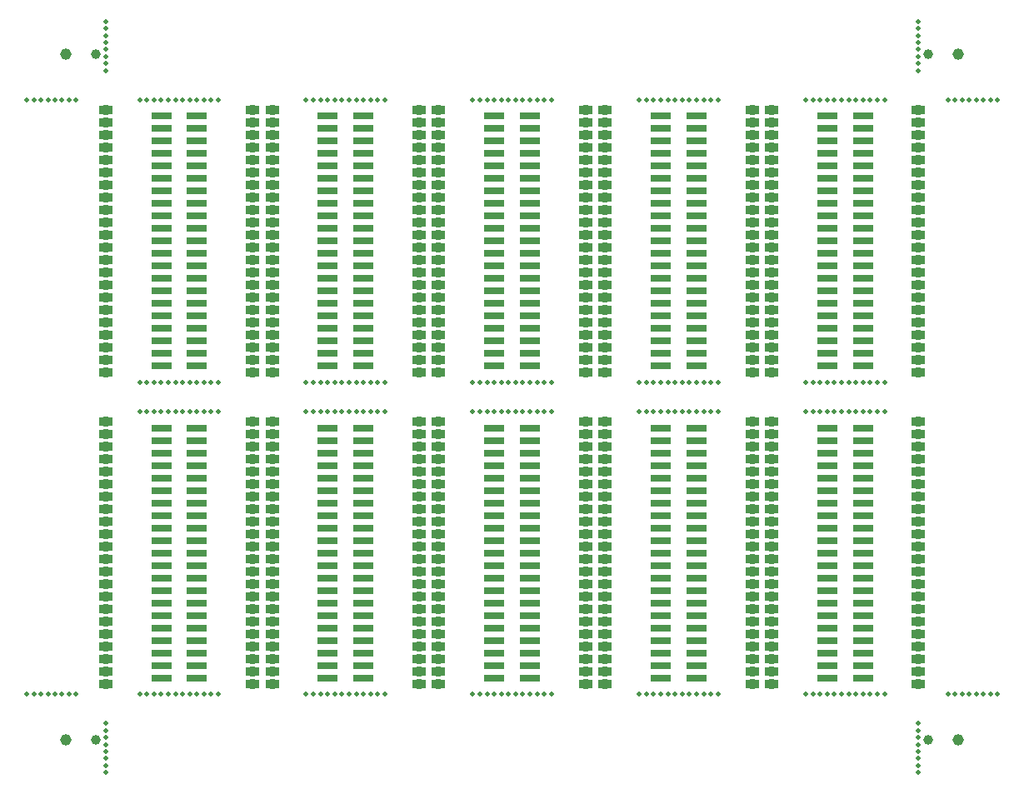
<source format=gbr>
%TF.GenerationSoftware,KiCad,Pcbnew,(6.0.7)*%
%TF.CreationDate,2022-08-09T00:19:31-07:00*%
%TF.ProjectId,panelized-M27C322-to-KM23C32000AG-adapter,70616e65-6c69-47a6-9564-2d4d32374333,rev?*%
%TF.SameCoordinates,Original*%
%TF.FileFunction,Soldermask,Top*%
%TF.FilePolarity,Negative*%
%FSLAX46Y46*%
G04 Gerber Fmt 4.6, Leading zero omitted, Abs format (unit mm)*
G04 Created by KiCad (PCBNEW (6.0.7)) date 2022-08-09 00:19:31*
%MOMM*%
%LPD*%
G01*
G04 APERTURE LIST*
G04 Aperture macros list*
%AMFreePoly0*
4,1,43,0.067453,0.524421,0.088820,0.521227,0.211929,0.484410,0.231542,0.475348,0.339368,0.405458,0.352846,0.393700,0.635000,0.393700,0.683980,0.375873,0.710042,0.330732,0.711200,0.317500,0.711200,-0.317500,0.693373,-0.366480,0.648232,-0.392542,0.635000,-0.393700,0.351531,-0.393700,0.345985,-0.399827,0.329361,-0.413629,0.219858,-0.480863,0.200030,-0.489443,0.076059,-0.523242,
0.054619,-0.525912,-0.073855,-0.523557,-0.095181,-0.520103,-0.217831,-0.481785,-0.237332,-0.472484,-0.344297,-0.401282,-0.352777,-0.393700,-0.635000,-0.393700,-0.683980,-0.375873,-0.710042,-0.330732,-0.711200,-0.317500,-0.711200,0.317500,-0.693373,0.366480,-0.648232,0.392542,-0.635000,0.393700,-0.352495,0.393700,-0.350843,0.395571,-0.334389,0.409574,-0.225716,0.478141,-0.205995,0.486962,
-0.082446,0.522273,-0.061040,0.525206,0.067453,0.524421,0.067453,0.524421,$1*%
G04 Aperture macros list end*
%ADD10C,0.500000*%
%ADD11C,1.152000*%
%ADD12C,1.000000*%
%ADD13FreePoly0,180.000000*%
%ADD14R,2.100000X0.750000*%
G04 APERTURE END LIST*
D10*
%TO.C,REF\u002A\u002A*%
X17857142Y-23000000D03*
%TD*%
%TO.C,REF\u002A\u002A*%
X62488068Y-83340000D03*
%TD*%
%TO.C,REF\u002A\u002A*%
X80865113Y-54670000D03*
%TD*%
%TO.C,REF\u002A\u002A*%
X34461250Y-23000000D03*
%TD*%
%TO.C,REF\u002A\u002A*%
X44111022Y-51670000D03*
%TD*%
D11*
%TO.C,REF\u002A\u002A*%
X19000000Y-18350000D03*
%TD*%
D10*
%TO.C,REF\u002A\u002A*%
X61033522Y-83340000D03*
%TD*%
%TO.C,REF\u002A\u002A*%
X23000000Y-15000000D03*
%TD*%
%TO.C,REF\u002A\u002A*%
X31552159Y-51670000D03*
%TD*%
D12*
%TO.C,REF\u002A\u002A*%
X22000000Y-87990000D03*
%TD*%
D10*
%TO.C,REF\u002A\u002A*%
X61760795Y-51670000D03*
%TD*%
%TO.C,REF\u002A\u002A*%
X45565568Y-83340000D03*
%TD*%
%TO.C,REF\u002A\u002A*%
X61033522Y-54670000D03*
%TD*%
%TO.C,REF\u002A\u002A*%
X105612500Y-20000000D03*
%TD*%
%TO.C,REF\u002A\u002A*%
X32279431Y-51670000D03*
%TD*%
%TO.C,REF\u002A\u002A*%
X23000000Y-16428571D03*
%TD*%
D13*
%TO.C,U1*%
X73767500Y-55670000D03*
X73767500Y-56940000D03*
X73767500Y-58210000D03*
X73767500Y-59480000D03*
X73767500Y-60750000D03*
X73767500Y-62020000D03*
X73767500Y-63290000D03*
X73767500Y-64560000D03*
X73767500Y-65830000D03*
X73767500Y-67100000D03*
X73767500Y-68370000D03*
X73767500Y-69640000D03*
X73767500Y-70910000D03*
X73767500Y-72180000D03*
X73767500Y-73450000D03*
X73767500Y-74720000D03*
X73767500Y-75990000D03*
X73767500Y-77260000D03*
X73767500Y-78530000D03*
X73767500Y-79800000D03*
X73767500Y-81070000D03*
X73767500Y-82340000D03*
X88690000Y-82340000D03*
X88690000Y-81070000D03*
X88690000Y-79800000D03*
X88690000Y-78530000D03*
X88690000Y-77260000D03*
X88690000Y-75990000D03*
X88690000Y-74720000D03*
X88690000Y-73450000D03*
X88690000Y-72180000D03*
X88690000Y-70910000D03*
X88690000Y-69640000D03*
X88690000Y-68370000D03*
X88690000Y-67100000D03*
X88690000Y-65830000D03*
X88690000Y-64560000D03*
X88690000Y-63290000D03*
X88690000Y-62020000D03*
X88690000Y-60750000D03*
X88690000Y-59480000D03*
X88690000Y-58210000D03*
X88690000Y-56940000D03*
X88690000Y-55670000D03*
%TD*%
D10*
%TO.C,REF\u002A\u002A*%
X15714285Y-23000000D03*
%TD*%
%TO.C,REF\u002A\u002A*%
X19285714Y-83340000D03*
%TD*%
%TO.C,REF\u002A\u002A*%
X50656477Y-23000000D03*
%TD*%
%TO.C,REF\u002A\u002A*%
X80137840Y-51670000D03*
%TD*%
%TO.C,REF\u002A\u002A*%
X44838295Y-23000000D03*
%TD*%
%TO.C,REF\u002A\u002A*%
X68306250Y-54670000D03*
%TD*%
%TO.C,REF\u002A\u002A*%
X67578977Y-51670000D03*
%TD*%
D12*
%TO.C,REF\u002A\u002A*%
X22000000Y-18350000D03*
%TD*%
D10*
%TO.C,REF\u002A\u002A*%
X51383750Y-54670000D03*
%TD*%
%TO.C,REF\u002A\u002A*%
X97060340Y-23000000D03*
%TD*%
%TO.C,REF\u002A\u002A*%
X26461250Y-83340000D03*
%TD*%
D14*
%TO.C,J1*%
X45583500Y-24635000D03*
X45583500Y-25905000D03*
X45583500Y-27175000D03*
X45583500Y-28445000D03*
X45583500Y-29715000D03*
X45583500Y-30985000D03*
X45583500Y-32255000D03*
X45583500Y-33525000D03*
X45583500Y-34795000D03*
X45583500Y-36065000D03*
X45583500Y-37335000D03*
X45583500Y-38605000D03*
X45583500Y-39875000D03*
X45583500Y-41145000D03*
X45583500Y-42415000D03*
X45583500Y-43685000D03*
X45583500Y-44955000D03*
X45583500Y-46225000D03*
X45583500Y-47495000D03*
X45583500Y-48765000D03*
X45583500Y-50035000D03*
X49183500Y-50035000D03*
X49183500Y-48765000D03*
X49183500Y-47495000D03*
X49183500Y-46225000D03*
X49183500Y-44955000D03*
X49183500Y-43685000D03*
X49183500Y-42415000D03*
X49183500Y-41145000D03*
X49183500Y-39875000D03*
X49183500Y-38605000D03*
X49183500Y-37335000D03*
X49183500Y-36065000D03*
X49183500Y-34795000D03*
X49183500Y-33525000D03*
X49183500Y-32255000D03*
X49183500Y-30985000D03*
X49183500Y-29715000D03*
X49183500Y-28445000D03*
X49183500Y-27175000D03*
X49183500Y-25905000D03*
X49183500Y-24635000D03*
%TD*%
D10*
%TO.C,REF\u002A\u002A*%
X84501477Y-51670000D03*
%TD*%
D14*
%TO.C,J1*%
X62506000Y-24635000D03*
X62506000Y-25905000D03*
X62506000Y-27175000D03*
X62506000Y-28445000D03*
X62506000Y-29715000D03*
X62506000Y-30985000D03*
X62506000Y-32255000D03*
X62506000Y-33525000D03*
X62506000Y-34795000D03*
X62506000Y-36065000D03*
X62506000Y-37335000D03*
X62506000Y-38605000D03*
X62506000Y-39875000D03*
X62506000Y-41145000D03*
X62506000Y-42415000D03*
X62506000Y-43685000D03*
X62506000Y-44955000D03*
X62506000Y-46225000D03*
X62506000Y-47495000D03*
X62506000Y-48765000D03*
X62506000Y-50035000D03*
X66106000Y-50035000D03*
X66106000Y-48765000D03*
X66106000Y-47495000D03*
X66106000Y-46225000D03*
X66106000Y-44955000D03*
X66106000Y-43685000D03*
X66106000Y-42415000D03*
X66106000Y-41145000D03*
X66106000Y-39875000D03*
X66106000Y-38605000D03*
X66106000Y-37335000D03*
X66106000Y-36065000D03*
X66106000Y-34795000D03*
X66106000Y-33525000D03*
X66106000Y-32255000D03*
X66106000Y-30985000D03*
X66106000Y-29715000D03*
X66106000Y-28445000D03*
X66106000Y-27175000D03*
X66106000Y-25905000D03*
X66106000Y-24635000D03*
%TD*%
D10*
%TO.C,REF\u002A\u002A*%
X113612500Y-83340000D03*
%TD*%
%TO.C,REF\u002A\u002A*%
X65397159Y-83340000D03*
%TD*%
%TO.C,REF\u002A\u002A*%
X63942613Y-51670000D03*
%TD*%
%TO.C,REF\u002A\u002A*%
X60306250Y-83340000D03*
%TD*%
%TO.C,REF\u002A\u002A*%
X23000000Y-17142857D03*
%TD*%
D13*
%TO.C,U1*%
X39922500Y-55670000D03*
X39922500Y-56940000D03*
X39922500Y-58210000D03*
X39922500Y-59480000D03*
X39922500Y-60750000D03*
X39922500Y-62020000D03*
X39922500Y-63290000D03*
X39922500Y-64560000D03*
X39922500Y-65830000D03*
X39922500Y-67100000D03*
X39922500Y-68370000D03*
X39922500Y-69640000D03*
X39922500Y-70910000D03*
X39922500Y-72180000D03*
X39922500Y-73450000D03*
X39922500Y-74720000D03*
X39922500Y-75990000D03*
X39922500Y-77260000D03*
X39922500Y-78530000D03*
X39922500Y-79800000D03*
X39922500Y-81070000D03*
X39922500Y-82340000D03*
X54845000Y-82340000D03*
X54845000Y-81070000D03*
X54845000Y-79800000D03*
X54845000Y-78530000D03*
X54845000Y-77260000D03*
X54845000Y-75990000D03*
X54845000Y-74720000D03*
X54845000Y-73450000D03*
X54845000Y-72180000D03*
X54845000Y-70910000D03*
X54845000Y-69640000D03*
X54845000Y-68370000D03*
X54845000Y-67100000D03*
X54845000Y-65830000D03*
X54845000Y-64560000D03*
X54845000Y-63290000D03*
X54845000Y-62020000D03*
X54845000Y-60750000D03*
X54845000Y-59480000D03*
X54845000Y-58210000D03*
X54845000Y-56940000D03*
X54845000Y-55670000D03*
%TD*%
D10*
%TO.C,REF\u002A\u002A*%
X44838295Y-51670000D03*
%TD*%
%TO.C,REF\u002A\u002A*%
X101423977Y-51670000D03*
%TD*%
%TO.C,REF\u002A\u002A*%
X45565568Y-54670000D03*
%TD*%
%TO.C,REF\u002A\u002A*%
X82319659Y-51670000D03*
%TD*%
%TO.C,REF\u002A\u002A*%
X67578977Y-23000000D03*
%TD*%
%TO.C,REF\u002A\u002A*%
X77956022Y-51670000D03*
%TD*%
%TO.C,REF\u002A\u002A*%
X102151250Y-54670000D03*
%TD*%
%TO.C,REF\u002A\u002A*%
X81592386Y-54670000D03*
%TD*%
%TO.C,REF\u002A\u002A*%
X99242159Y-54670000D03*
%TD*%
%TO.C,REF\u002A\u002A*%
X77228750Y-23000000D03*
%TD*%
%TO.C,REF\u002A\u002A*%
X80865113Y-23000000D03*
%TD*%
%TO.C,REF\u002A\u002A*%
X23000000Y-15714285D03*
%TD*%
%TO.C,REF\u002A\u002A*%
X63942613Y-54670000D03*
%TD*%
%TO.C,REF\u002A\u002A*%
X78683295Y-83340000D03*
%TD*%
%TO.C,REF\u002A\u002A*%
X66851704Y-54670000D03*
%TD*%
%TO.C,REF\u002A\u002A*%
X45565568Y-23000000D03*
%TD*%
%TO.C,REF\u002A\u002A*%
X96333068Y-54670000D03*
%TD*%
%TO.C,REF\u002A\u002A*%
X81592386Y-83340000D03*
%TD*%
%TO.C,REF\u002A\u002A*%
X43383750Y-23000000D03*
%TD*%
%TO.C,REF\u002A\u002A*%
X105612500Y-90625714D03*
%TD*%
%TO.C,REF\u002A\u002A*%
X105612500Y-15714285D03*
%TD*%
%TO.C,REF\u002A\u002A*%
X110041071Y-83340000D03*
%TD*%
%TO.C,REF\u002A\u002A*%
X47747386Y-54670000D03*
%TD*%
%TO.C,REF\u002A\u002A*%
X98514886Y-51670000D03*
%TD*%
%TO.C,REF\u002A\u002A*%
X49201931Y-23000000D03*
%TD*%
%TO.C,REF\u002A\u002A*%
X83774204Y-54670000D03*
%TD*%
D11*
%TO.C,REF\u002A\u002A*%
X19000000Y-87990000D03*
%TD*%
D10*
%TO.C,REF\u002A\u002A*%
X99242159Y-23000000D03*
%TD*%
%TO.C,REF\u002A\u002A*%
X27188522Y-51670000D03*
%TD*%
%TO.C,REF\u002A\u002A*%
X30097613Y-54670000D03*
%TD*%
%TO.C,REF\u002A\u002A*%
X95605795Y-51670000D03*
%TD*%
%TO.C,REF\u002A\u002A*%
X33733977Y-51670000D03*
%TD*%
%TO.C,REF\u002A\u002A*%
X80865113Y-83340000D03*
%TD*%
%TO.C,REF\u002A\u002A*%
X64669886Y-51670000D03*
%TD*%
%TO.C,REF\u002A\u002A*%
X45565568Y-51670000D03*
%TD*%
%TO.C,REF\u002A\u002A*%
X97787613Y-54670000D03*
%TD*%
%TO.C,REF\u002A\u002A*%
X81592386Y-51670000D03*
%TD*%
%TO.C,REF\u002A\u002A*%
X27915795Y-83340000D03*
%TD*%
%TO.C,REF\u002A\u002A*%
X43383750Y-54670000D03*
%TD*%
%TO.C,REF\u002A\u002A*%
X48474659Y-23000000D03*
%TD*%
%TO.C,REF\u002A\u002A*%
X16428571Y-83340000D03*
%TD*%
%TO.C,REF\u002A\u002A*%
X20000000Y-23000000D03*
%TD*%
%TO.C,REF\u002A\u002A*%
X44111022Y-23000000D03*
%TD*%
D13*
%TO.C,U1*%
X90690000Y-55670000D03*
X90690000Y-56940000D03*
X90690000Y-58210000D03*
X90690000Y-59480000D03*
X90690000Y-60750000D03*
X90690000Y-62020000D03*
X90690000Y-63290000D03*
X90690000Y-64560000D03*
X90690000Y-65830000D03*
X90690000Y-67100000D03*
X90690000Y-68370000D03*
X90690000Y-69640000D03*
X90690000Y-70910000D03*
X90690000Y-72180000D03*
X90690000Y-73450000D03*
X90690000Y-74720000D03*
X90690000Y-75990000D03*
X90690000Y-77260000D03*
X90690000Y-78530000D03*
X90690000Y-79800000D03*
X90690000Y-81070000D03*
X90690000Y-82340000D03*
X105612500Y-82340000D03*
X105612500Y-81070000D03*
X105612500Y-79800000D03*
X105612500Y-78530000D03*
X105612500Y-77260000D03*
X105612500Y-75990000D03*
X105612500Y-74720000D03*
X105612500Y-73450000D03*
X105612500Y-72180000D03*
X105612500Y-70910000D03*
X105612500Y-69640000D03*
X105612500Y-68370000D03*
X105612500Y-67100000D03*
X105612500Y-65830000D03*
X105612500Y-64560000D03*
X105612500Y-63290000D03*
X105612500Y-62020000D03*
X105612500Y-60750000D03*
X105612500Y-59480000D03*
X105612500Y-58210000D03*
X105612500Y-56940000D03*
X105612500Y-55670000D03*
%TD*%
D10*
%TO.C,REF\u002A\u002A*%
X44838295Y-54670000D03*
%TD*%
%TO.C,REF\u002A\u002A*%
X17142857Y-23000000D03*
%TD*%
%TO.C,REF\u002A\u002A*%
X105612500Y-91340000D03*
%TD*%
%TO.C,REF\u002A\u002A*%
X51383750Y-51670000D03*
%TD*%
%TO.C,REF\u002A\u002A*%
X97060340Y-51670000D03*
%TD*%
%TO.C,REF\u002A\u002A*%
X67578977Y-54670000D03*
%TD*%
%TO.C,REF\u002A\u002A*%
X83774204Y-83340000D03*
%TD*%
%TO.C,REF\u002A\u002A*%
X15000000Y-83340000D03*
%TD*%
D14*
%TO.C,J1*%
X62506000Y-56305000D03*
X62506000Y-57575000D03*
X62506000Y-58845000D03*
X62506000Y-60115000D03*
X62506000Y-61385000D03*
X62506000Y-62655000D03*
X62506000Y-63925000D03*
X62506000Y-65195000D03*
X62506000Y-66465000D03*
X62506000Y-67735000D03*
X62506000Y-69005000D03*
X62506000Y-70275000D03*
X62506000Y-71545000D03*
X62506000Y-72815000D03*
X62506000Y-74085000D03*
X62506000Y-75355000D03*
X62506000Y-76625000D03*
X62506000Y-77895000D03*
X62506000Y-79165000D03*
X62506000Y-80435000D03*
X62506000Y-81705000D03*
X66106000Y-81705000D03*
X66106000Y-80435000D03*
X66106000Y-79165000D03*
X66106000Y-77895000D03*
X66106000Y-76625000D03*
X66106000Y-75355000D03*
X66106000Y-74085000D03*
X66106000Y-72815000D03*
X66106000Y-71545000D03*
X66106000Y-70275000D03*
X66106000Y-69005000D03*
X66106000Y-67735000D03*
X66106000Y-66465000D03*
X66106000Y-65195000D03*
X66106000Y-63925000D03*
X66106000Y-62655000D03*
X66106000Y-61385000D03*
X66106000Y-60115000D03*
X66106000Y-58845000D03*
X66106000Y-57575000D03*
X66106000Y-56305000D03*
%TD*%
D13*
%TO.C,U1*%
X23000000Y-55670000D03*
X23000000Y-56940000D03*
X23000000Y-58210000D03*
X23000000Y-59480000D03*
X23000000Y-60750000D03*
X23000000Y-62020000D03*
X23000000Y-63290000D03*
X23000000Y-64560000D03*
X23000000Y-65830000D03*
X23000000Y-67100000D03*
X23000000Y-68370000D03*
X23000000Y-69640000D03*
X23000000Y-70910000D03*
X23000000Y-72180000D03*
X23000000Y-73450000D03*
X23000000Y-74720000D03*
X23000000Y-75990000D03*
X23000000Y-77260000D03*
X23000000Y-78530000D03*
X23000000Y-79800000D03*
X23000000Y-81070000D03*
X23000000Y-82340000D03*
X37922500Y-82340000D03*
X37922500Y-81070000D03*
X37922500Y-79800000D03*
X37922500Y-78530000D03*
X37922500Y-77260000D03*
X37922500Y-75990000D03*
X37922500Y-74720000D03*
X37922500Y-73450000D03*
X37922500Y-72180000D03*
X37922500Y-70910000D03*
X37922500Y-69640000D03*
X37922500Y-68370000D03*
X37922500Y-67100000D03*
X37922500Y-65830000D03*
X37922500Y-64560000D03*
X37922500Y-63290000D03*
X37922500Y-62020000D03*
X37922500Y-60750000D03*
X37922500Y-59480000D03*
X37922500Y-58210000D03*
X37922500Y-56940000D03*
X37922500Y-55670000D03*
%TD*%
D10*
%TO.C,REF\u002A\u002A*%
X77956022Y-54670000D03*
%TD*%
%TO.C,REF\u002A\u002A*%
X33733977Y-23000000D03*
%TD*%
%TO.C,REF\u002A\u002A*%
X29370340Y-54670000D03*
%TD*%
%TO.C,REF\u002A\u002A*%
X47020113Y-54670000D03*
%TD*%
%TO.C,REF\u002A\u002A*%
X34461250Y-54670000D03*
%TD*%
%TO.C,REF\u002A\u002A*%
X110041071Y-23000000D03*
%TD*%
%TO.C,REF\u002A\u002A*%
X94151250Y-51670000D03*
%TD*%
%TO.C,REF\u002A\u002A*%
X105612500Y-17142857D03*
%TD*%
%TO.C,REF\u002A\u002A*%
X49201931Y-54670000D03*
%TD*%
%TO.C,REF\u002A\u002A*%
X23000000Y-86340000D03*
%TD*%
%TO.C,REF\u002A\u002A*%
X68306250Y-51670000D03*
%TD*%
%TO.C,REF\u002A\u002A*%
X79410568Y-83340000D03*
%TD*%
%TO.C,REF\u002A\u002A*%
X60306250Y-54670000D03*
%TD*%
%TO.C,REF\u002A\u002A*%
X110755357Y-83340000D03*
%TD*%
%TO.C,REF\u002A\u002A*%
X66124431Y-23000000D03*
%TD*%
%TO.C,REF\u002A\u002A*%
X85228750Y-51670000D03*
%TD*%
%TO.C,REF\u002A\u002A*%
X61760795Y-54670000D03*
%TD*%
%TO.C,REF\u002A\u002A*%
X112898214Y-23000000D03*
%TD*%
%TO.C,REF\u002A\u002A*%
X66124431Y-51670000D03*
%TD*%
%TO.C,REF\u002A\u002A*%
X80137840Y-54670000D03*
%TD*%
D12*
%TO.C,REF\u002A\u002A*%
X106612500Y-87990000D03*
%TD*%
D10*
%TO.C,REF\u002A\u002A*%
X65397159Y-54670000D03*
%TD*%
%TO.C,REF\u002A\u002A*%
X105612500Y-15000000D03*
%TD*%
%TO.C,REF\u002A\u002A*%
X49201931Y-51670000D03*
%TD*%
%TO.C,REF\u002A\u002A*%
X95605795Y-54670000D03*
%TD*%
%TO.C,REF\u002A\u002A*%
X105612500Y-88482857D03*
%TD*%
%TO.C,REF\u002A\u002A*%
X63215340Y-83340000D03*
%TD*%
%TO.C,REF\u002A\u002A*%
X63215340Y-23000000D03*
%TD*%
%TO.C,REF\u002A\u002A*%
X50656477Y-54670000D03*
%TD*%
%TO.C,REF\u002A\u002A*%
X108612500Y-83340000D03*
%TD*%
%TO.C,REF\u002A\u002A*%
X83046931Y-23000000D03*
%TD*%
D12*
%TO.C,REF\u002A\u002A*%
X106612500Y-18350000D03*
%TD*%
D10*
%TO.C,REF\u002A\u002A*%
X102151250Y-51670000D03*
%TD*%
%TO.C,REF\u002A\u002A*%
X32279431Y-54670000D03*
%TD*%
%TO.C,REF\u002A\u002A*%
X23000000Y-19285714D03*
%TD*%
%TO.C,REF\u002A\u002A*%
X23000000Y-89911428D03*
%TD*%
D13*
%TO.C,U1*%
X73767500Y-24000000D03*
X73767500Y-25270000D03*
X73767500Y-26540000D03*
X73767500Y-27810000D03*
X73767500Y-29080000D03*
X73767500Y-30350000D03*
X73767500Y-31620000D03*
X73767500Y-32890000D03*
X73767500Y-34160000D03*
X73767500Y-35430000D03*
X73767500Y-36700000D03*
X73767500Y-37970000D03*
X73767500Y-39240000D03*
X73767500Y-40510000D03*
X73767500Y-41780000D03*
X73767500Y-43050000D03*
X73767500Y-44320000D03*
X73767500Y-45590000D03*
X73767500Y-46860000D03*
X73767500Y-48130000D03*
X73767500Y-49400000D03*
X73767500Y-50670000D03*
X88690000Y-50670000D03*
X88690000Y-49400000D03*
X88690000Y-48130000D03*
X88690000Y-46860000D03*
X88690000Y-45590000D03*
X88690000Y-44320000D03*
X88690000Y-43050000D03*
X88690000Y-41780000D03*
X88690000Y-40510000D03*
X88690000Y-39240000D03*
X88690000Y-37970000D03*
X88690000Y-36700000D03*
X88690000Y-35430000D03*
X88690000Y-34160000D03*
X88690000Y-32890000D03*
X88690000Y-31620000D03*
X88690000Y-30350000D03*
X88690000Y-29080000D03*
X88690000Y-27810000D03*
X88690000Y-26540000D03*
X88690000Y-25270000D03*
X88690000Y-24000000D03*
%TD*%
D10*
%TO.C,REF\u002A\u002A*%
X65397159Y-51670000D03*
%TD*%
%TO.C,REF\u002A\u002A*%
X113612500Y-23000000D03*
%TD*%
%TO.C,REF\u002A\u002A*%
X49201931Y-83340000D03*
%TD*%
%TO.C,REF\u002A\u002A*%
X66851704Y-23000000D03*
%TD*%
%TO.C,REF\u002A\u002A*%
X105612500Y-87054285D03*
%TD*%
D13*
%TO.C,U1*%
X39922500Y-24000000D03*
X39922500Y-25270000D03*
X39922500Y-26540000D03*
X39922500Y-27810000D03*
X39922500Y-29080000D03*
X39922500Y-30350000D03*
X39922500Y-31620000D03*
X39922500Y-32890000D03*
X39922500Y-34160000D03*
X39922500Y-35430000D03*
X39922500Y-36700000D03*
X39922500Y-37970000D03*
X39922500Y-39240000D03*
X39922500Y-40510000D03*
X39922500Y-41780000D03*
X39922500Y-43050000D03*
X39922500Y-44320000D03*
X39922500Y-45590000D03*
X39922500Y-46860000D03*
X39922500Y-48130000D03*
X39922500Y-49400000D03*
X39922500Y-50670000D03*
X54845000Y-50670000D03*
X54845000Y-49400000D03*
X54845000Y-48130000D03*
X54845000Y-46860000D03*
X54845000Y-45590000D03*
X54845000Y-44320000D03*
X54845000Y-43050000D03*
X54845000Y-41780000D03*
X54845000Y-40510000D03*
X54845000Y-39240000D03*
X54845000Y-37970000D03*
X54845000Y-36700000D03*
X54845000Y-35430000D03*
X54845000Y-34160000D03*
X54845000Y-32890000D03*
X54845000Y-31620000D03*
X54845000Y-30350000D03*
X54845000Y-29080000D03*
X54845000Y-27810000D03*
X54845000Y-26540000D03*
X54845000Y-25270000D03*
X54845000Y-24000000D03*
%TD*%
D10*
%TO.C,REF\u002A\u002A*%
X99969431Y-83340000D03*
%TD*%
%TO.C,REF\u002A\u002A*%
X51383750Y-83340000D03*
%TD*%
%TO.C,REF\u002A\u002A*%
X30097613Y-83340000D03*
%TD*%
%TO.C,REF\u002A\u002A*%
X23000000Y-87768571D03*
%TD*%
%TO.C,REF\u002A\u002A*%
X43383750Y-51670000D03*
%TD*%
%TO.C,REF\u002A\u002A*%
X27188522Y-54670000D03*
%TD*%
%TO.C,REF\u002A\u002A*%
X28643068Y-54670000D03*
%TD*%
%TO.C,REF\u002A\u002A*%
X102151250Y-83340000D03*
%TD*%
%TO.C,REF\u002A\u002A*%
X15714285Y-83340000D03*
%TD*%
%TO.C,REF\u002A\u002A*%
X63215340Y-54670000D03*
%TD*%
%TO.C,REF\u002A\u002A*%
X23000000Y-90625714D03*
%TD*%
%TO.C,REF\u002A\u002A*%
X28643068Y-23000000D03*
%TD*%
%TO.C,REF\u002A\u002A*%
X112898214Y-83340000D03*
%TD*%
%TO.C,REF\u002A\u002A*%
X84501477Y-83340000D03*
%TD*%
%TO.C,REF\u002A\u002A*%
X105612500Y-89911428D03*
%TD*%
%TO.C,REF\u002A\u002A*%
X112183928Y-83340000D03*
%TD*%
D13*
%TO.C,U1*%
X90690000Y-24000000D03*
X90690000Y-25270000D03*
X90690000Y-26540000D03*
X90690000Y-27810000D03*
X90690000Y-29080000D03*
X90690000Y-30350000D03*
X90690000Y-31620000D03*
X90690000Y-32890000D03*
X90690000Y-34160000D03*
X90690000Y-35430000D03*
X90690000Y-36700000D03*
X90690000Y-37970000D03*
X90690000Y-39240000D03*
X90690000Y-40510000D03*
X90690000Y-41780000D03*
X90690000Y-43050000D03*
X90690000Y-44320000D03*
X90690000Y-45590000D03*
X90690000Y-46860000D03*
X90690000Y-48130000D03*
X90690000Y-49400000D03*
X90690000Y-50670000D03*
X105612500Y-50670000D03*
X105612500Y-49400000D03*
X105612500Y-48130000D03*
X105612500Y-46860000D03*
X105612500Y-45590000D03*
X105612500Y-44320000D03*
X105612500Y-43050000D03*
X105612500Y-41780000D03*
X105612500Y-40510000D03*
X105612500Y-39240000D03*
X105612500Y-37970000D03*
X105612500Y-36700000D03*
X105612500Y-35430000D03*
X105612500Y-34160000D03*
X105612500Y-32890000D03*
X105612500Y-31620000D03*
X105612500Y-30350000D03*
X105612500Y-29080000D03*
X105612500Y-27810000D03*
X105612500Y-26540000D03*
X105612500Y-25270000D03*
X105612500Y-24000000D03*
%TD*%
D10*
%TO.C,REF\u002A\u002A*%
X44838295Y-83340000D03*
%TD*%
%TO.C,REF\u002A\u002A*%
X77228750Y-51670000D03*
%TD*%
%TO.C,REF\u002A\u002A*%
X105612500Y-16428571D03*
%TD*%
%TO.C,REF\u002A\u002A*%
X30824886Y-54670000D03*
%TD*%
%TO.C,REF\u002A\u002A*%
X79410568Y-51670000D03*
%TD*%
%TO.C,REF\u002A\u002A*%
X33733977Y-83340000D03*
%TD*%
%TO.C,REF\u002A\u002A*%
X101423977Y-54670000D03*
%TD*%
%TO.C,REF\u002A\u002A*%
X31552159Y-83340000D03*
%TD*%
%TO.C,REF\u002A\u002A*%
X17857142Y-83340000D03*
%TD*%
%TO.C,REF\u002A\u002A*%
X31552159Y-54670000D03*
%TD*%
%TO.C,REF\u002A\u002A*%
X26461250Y-54670000D03*
%TD*%
%TO.C,REF\u002A\u002A*%
X23000000Y-20000000D03*
%TD*%
%TO.C,REF\u002A\u002A*%
X46292840Y-83340000D03*
%TD*%
%TO.C,REF\u002A\u002A*%
X27188522Y-23000000D03*
%TD*%
%TO.C,REF\u002A\u002A*%
X18571428Y-83340000D03*
%TD*%
%TO.C,REF\u002A\u002A*%
X27915795Y-54670000D03*
%TD*%
%TO.C,REF\u002A\u002A*%
X16428571Y-23000000D03*
%TD*%
%TO.C,REF\u002A\u002A*%
X47747386Y-83340000D03*
%TD*%
%TO.C,REF\u002A\u002A*%
X98514886Y-54670000D03*
%TD*%
%TO.C,REF\u002A\u002A*%
X95605795Y-23000000D03*
%TD*%
%TO.C,REF\u002A\u002A*%
X23000000Y-18571428D03*
%TD*%
%TO.C,REF\u002A\u002A*%
X85228750Y-54670000D03*
%TD*%
%TO.C,REF\u002A\u002A*%
X96333068Y-83340000D03*
%TD*%
%TO.C,REF\u002A\u002A*%
X63942613Y-83340000D03*
%TD*%
%TO.C,REF\u002A\u002A*%
X18571428Y-23000000D03*
%TD*%
%TO.C,REF\u002A\u002A*%
X46292840Y-51670000D03*
%TD*%
%TO.C,REF\u002A\u002A*%
X77956022Y-83340000D03*
%TD*%
%TO.C,REF\u002A\u002A*%
X85228750Y-23000000D03*
%TD*%
%TO.C,REF\u002A\u002A*%
X26461250Y-51670000D03*
%TD*%
%TO.C,REF\u002A\u002A*%
X33006704Y-51670000D03*
%TD*%
%TO.C,REF\u002A\u002A*%
X78683295Y-51670000D03*
%TD*%
%TO.C,REF\u002A\u002A*%
X110755357Y-23000000D03*
%TD*%
%TO.C,REF\u002A\u002A*%
X94151250Y-54670000D03*
%TD*%
%TO.C,REF\u002A\u002A*%
X30097613Y-51670000D03*
%TD*%
%TO.C,REF\u002A\u002A*%
X111469642Y-23000000D03*
%TD*%
%TO.C,REF\u002A\u002A*%
X49929204Y-54670000D03*
%TD*%
%TO.C,REF\u002A\u002A*%
X67578977Y-83340000D03*
%TD*%
%TO.C,REF\u002A\u002A*%
X47020113Y-83340000D03*
%TD*%
%TO.C,REF\u002A\u002A*%
X68306250Y-23000000D03*
%TD*%
%TO.C,REF\u002A\u002A*%
X62488068Y-54670000D03*
%TD*%
%TO.C,REF\u002A\u002A*%
X85228750Y-83340000D03*
%TD*%
%TO.C,REF\u002A\u002A*%
X94151250Y-83340000D03*
%TD*%
%TO.C,REF\u002A\u002A*%
X64669886Y-54670000D03*
%TD*%
%TO.C,REF\u002A\u002A*%
X97787613Y-83340000D03*
%TD*%
%TO.C,REF\u002A\u002A*%
X80137840Y-23000000D03*
%TD*%
D13*
%TO.C,U1*%
X23000000Y-24000000D03*
X23000000Y-25270000D03*
X23000000Y-26540000D03*
X23000000Y-27810000D03*
X23000000Y-29080000D03*
X23000000Y-30350000D03*
X23000000Y-31620000D03*
X23000000Y-32890000D03*
X23000000Y-34160000D03*
X23000000Y-35430000D03*
X23000000Y-36700000D03*
X23000000Y-37970000D03*
X23000000Y-39240000D03*
X23000000Y-40510000D03*
X23000000Y-41780000D03*
X23000000Y-43050000D03*
X23000000Y-44320000D03*
X23000000Y-45590000D03*
X23000000Y-46860000D03*
X23000000Y-48130000D03*
X23000000Y-49400000D03*
X23000000Y-50670000D03*
X37922500Y-50670000D03*
X37922500Y-49400000D03*
X37922500Y-48130000D03*
X37922500Y-46860000D03*
X37922500Y-45590000D03*
X37922500Y-44320000D03*
X37922500Y-43050000D03*
X37922500Y-41780000D03*
X37922500Y-40510000D03*
X37922500Y-39240000D03*
X37922500Y-37970000D03*
X37922500Y-36700000D03*
X37922500Y-35430000D03*
X37922500Y-34160000D03*
X37922500Y-32890000D03*
X37922500Y-31620000D03*
X37922500Y-30350000D03*
X37922500Y-29080000D03*
X37922500Y-27810000D03*
X37922500Y-26540000D03*
X37922500Y-25270000D03*
X37922500Y-24000000D03*
%TD*%
D10*
%TO.C,REF\u002A\u002A*%
X95605795Y-83340000D03*
%TD*%
%TO.C,REF\u002A\u002A*%
X60306250Y-51670000D03*
%TD*%
%TO.C,REF\u002A\u002A*%
X33733977Y-54670000D03*
%TD*%
%TO.C,REF\u002A\u002A*%
X33006704Y-83340000D03*
%TD*%
%TO.C,REF\u002A\u002A*%
X66124431Y-54670000D03*
%TD*%
%TO.C,REF\u002A\u002A*%
X64669886Y-23000000D03*
%TD*%
D13*
%TO.C,U1*%
X56845000Y-24000000D03*
X56845000Y-25270000D03*
X56845000Y-26540000D03*
X56845000Y-27810000D03*
X56845000Y-29080000D03*
X56845000Y-30350000D03*
X56845000Y-31620000D03*
X56845000Y-32890000D03*
X56845000Y-34160000D03*
X56845000Y-35430000D03*
X56845000Y-36700000D03*
X56845000Y-37970000D03*
X56845000Y-39240000D03*
X56845000Y-40510000D03*
X56845000Y-41780000D03*
X56845000Y-43050000D03*
X56845000Y-44320000D03*
X56845000Y-45590000D03*
X56845000Y-46860000D03*
X56845000Y-48130000D03*
X56845000Y-49400000D03*
X56845000Y-50670000D03*
X71767500Y-50670000D03*
X71767500Y-49400000D03*
X71767500Y-48130000D03*
X71767500Y-46860000D03*
X71767500Y-45590000D03*
X71767500Y-44320000D03*
X71767500Y-43050000D03*
X71767500Y-41780000D03*
X71767500Y-40510000D03*
X71767500Y-39240000D03*
X71767500Y-37970000D03*
X71767500Y-36700000D03*
X71767500Y-35430000D03*
X71767500Y-34160000D03*
X71767500Y-32890000D03*
X71767500Y-31620000D03*
X71767500Y-30350000D03*
X71767500Y-29080000D03*
X71767500Y-27810000D03*
X71767500Y-26540000D03*
X71767500Y-25270000D03*
X71767500Y-24000000D03*
%TD*%
D10*
%TO.C,REF\u002A\u002A*%
X48474659Y-51670000D03*
%TD*%
%TO.C,REF\u002A\u002A*%
X46292840Y-54670000D03*
%TD*%
%TO.C,REF\u002A\u002A*%
X47747386Y-23000000D03*
%TD*%
%TO.C,REF\u002A\u002A*%
X98514886Y-83340000D03*
%TD*%
%TO.C,REF\u002A\u002A*%
X99242159Y-83340000D03*
%TD*%
%TO.C,REF\u002A\u002A*%
X96333068Y-51670000D03*
%TD*%
D14*
%TO.C,J1*%
X79428500Y-24635000D03*
X79428500Y-25905000D03*
X79428500Y-27175000D03*
X79428500Y-28445000D03*
X79428500Y-29715000D03*
X79428500Y-30985000D03*
X79428500Y-32255000D03*
X79428500Y-33525000D03*
X79428500Y-34795000D03*
X79428500Y-36065000D03*
X79428500Y-37335000D03*
X79428500Y-38605000D03*
X79428500Y-39875000D03*
X79428500Y-41145000D03*
X79428500Y-42415000D03*
X79428500Y-43685000D03*
X79428500Y-44955000D03*
X79428500Y-46225000D03*
X79428500Y-47495000D03*
X79428500Y-48765000D03*
X79428500Y-50035000D03*
X83028500Y-50035000D03*
X83028500Y-48765000D03*
X83028500Y-47495000D03*
X83028500Y-46225000D03*
X83028500Y-44955000D03*
X83028500Y-43685000D03*
X83028500Y-42415000D03*
X83028500Y-41145000D03*
X83028500Y-39875000D03*
X83028500Y-38605000D03*
X83028500Y-37335000D03*
X83028500Y-36065000D03*
X83028500Y-34795000D03*
X83028500Y-33525000D03*
X83028500Y-32255000D03*
X83028500Y-30985000D03*
X83028500Y-29715000D03*
X83028500Y-28445000D03*
X83028500Y-27175000D03*
X83028500Y-25905000D03*
X83028500Y-24635000D03*
%TD*%
D10*
%TO.C,REF\u002A\u002A*%
X33006704Y-54670000D03*
%TD*%
%TO.C,REF\u002A\u002A*%
X61760795Y-83340000D03*
%TD*%
%TO.C,REF\u002A\u002A*%
X111469642Y-83340000D03*
%TD*%
%TO.C,REF\u002A\u002A*%
X84501477Y-23000000D03*
%TD*%
%TO.C,REF\u002A\u002A*%
X94878522Y-23000000D03*
%TD*%
%TO.C,REF\u002A\u002A*%
X20000000Y-83340000D03*
%TD*%
%TO.C,REF\u002A\u002A*%
X78683295Y-54670000D03*
%TD*%
%TO.C,REF\u002A\u002A*%
X62488068Y-23000000D03*
%TD*%
%TO.C,REF\u002A\u002A*%
X77228750Y-83340000D03*
%TD*%
%TO.C,REF\u002A\u002A*%
X84501477Y-54670000D03*
%TD*%
%TO.C,REF\u002A\u002A*%
X100696704Y-23000000D03*
%TD*%
D14*
%TO.C,J1*%
X96351000Y-24635000D03*
X96351000Y-25905000D03*
X96351000Y-27175000D03*
X96351000Y-28445000D03*
X96351000Y-29715000D03*
X96351000Y-30985000D03*
X96351000Y-32255000D03*
X96351000Y-33525000D03*
X96351000Y-34795000D03*
X96351000Y-36065000D03*
X96351000Y-37335000D03*
X96351000Y-38605000D03*
X96351000Y-39875000D03*
X96351000Y-41145000D03*
X96351000Y-42415000D03*
X96351000Y-43685000D03*
X96351000Y-44955000D03*
X96351000Y-46225000D03*
X96351000Y-47495000D03*
X96351000Y-48765000D03*
X96351000Y-50035000D03*
X99951000Y-50035000D03*
X99951000Y-48765000D03*
X99951000Y-47495000D03*
X99951000Y-46225000D03*
X99951000Y-44955000D03*
X99951000Y-43685000D03*
X99951000Y-42415000D03*
X99951000Y-41145000D03*
X99951000Y-39875000D03*
X99951000Y-38605000D03*
X99951000Y-37335000D03*
X99951000Y-36065000D03*
X99951000Y-34795000D03*
X99951000Y-33525000D03*
X99951000Y-32255000D03*
X99951000Y-30985000D03*
X99951000Y-29715000D03*
X99951000Y-28445000D03*
X99951000Y-27175000D03*
X99951000Y-25905000D03*
X99951000Y-24635000D03*
%TD*%
D10*
%TO.C,REF\u002A\u002A*%
X83774204Y-51670000D03*
%TD*%
%TO.C,REF\u002A\u002A*%
X81592386Y-23000000D03*
%TD*%
%TO.C,REF\u002A\u002A*%
X99969431Y-23000000D03*
%TD*%
%TO.C,REF\u002A\u002A*%
X100696704Y-54670000D03*
%TD*%
%TO.C,REF\u002A\u002A*%
X23000000Y-89197142D03*
%TD*%
%TO.C,REF\u002A\u002A*%
X30097613Y-23000000D03*
%TD*%
%TO.C,REF\u002A\u002A*%
X83774204Y-23000000D03*
%TD*%
%TO.C,REF\u002A\u002A*%
X94878522Y-83340000D03*
%TD*%
%TO.C,REF\u002A\u002A*%
X97787613Y-23000000D03*
%TD*%
%TO.C,REF\u002A\u002A*%
X64669886Y-83340000D03*
%TD*%
%TO.C,REF\u002A\u002A*%
X28643068Y-51670000D03*
%TD*%
D14*
%TO.C,J1*%
X45583500Y-56305000D03*
X45583500Y-57575000D03*
X45583500Y-58845000D03*
X45583500Y-60115000D03*
X45583500Y-61385000D03*
X45583500Y-62655000D03*
X45583500Y-63925000D03*
X45583500Y-65195000D03*
X45583500Y-66465000D03*
X45583500Y-67735000D03*
X45583500Y-69005000D03*
X45583500Y-70275000D03*
X45583500Y-71545000D03*
X45583500Y-72815000D03*
X45583500Y-74085000D03*
X45583500Y-75355000D03*
X45583500Y-76625000D03*
X45583500Y-77895000D03*
X45583500Y-79165000D03*
X45583500Y-80435000D03*
X45583500Y-81705000D03*
X49183500Y-81705000D03*
X49183500Y-80435000D03*
X49183500Y-79165000D03*
X49183500Y-77895000D03*
X49183500Y-76625000D03*
X49183500Y-75355000D03*
X49183500Y-74085000D03*
X49183500Y-72815000D03*
X49183500Y-71545000D03*
X49183500Y-70275000D03*
X49183500Y-69005000D03*
X49183500Y-67735000D03*
X49183500Y-66465000D03*
X49183500Y-65195000D03*
X49183500Y-63925000D03*
X49183500Y-62655000D03*
X49183500Y-61385000D03*
X49183500Y-60115000D03*
X49183500Y-58845000D03*
X49183500Y-57575000D03*
X49183500Y-56305000D03*
%TD*%
D10*
%TO.C,REF\u002A\u002A*%
X105612500Y-17857142D03*
%TD*%
%TO.C,REF\u002A\u002A*%
X108612500Y-23000000D03*
%TD*%
%TO.C,REF\u002A\u002A*%
X19285714Y-23000000D03*
%TD*%
%TO.C,REF\u002A\u002A*%
X94151250Y-23000000D03*
%TD*%
%TO.C,REF\u002A\u002A*%
X100696704Y-51670000D03*
%TD*%
%TO.C,REF\u002A\u002A*%
X47747386Y-51670000D03*
%TD*%
D14*
%TO.C,J1*%
X79428500Y-56305000D03*
X79428500Y-57575000D03*
X79428500Y-58845000D03*
X79428500Y-60115000D03*
X79428500Y-61385000D03*
X79428500Y-62655000D03*
X79428500Y-63925000D03*
X79428500Y-65195000D03*
X79428500Y-66465000D03*
X79428500Y-67735000D03*
X79428500Y-69005000D03*
X79428500Y-70275000D03*
X79428500Y-71545000D03*
X79428500Y-72815000D03*
X79428500Y-74085000D03*
X79428500Y-75355000D03*
X79428500Y-76625000D03*
X79428500Y-77895000D03*
X79428500Y-79165000D03*
X79428500Y-80435000D03*
X79428500Y-81705000D03*
X83028500Y-81705000D03*
X83028500Y-80435000D03*
X83028500Y-79165000D03*
X83028500Y-77895000D03*
X83028500Y-76625000D03*
X83028500Y-75355000D03*
X83028500Y-74085000D03*
X83028500Y-72815000D03*
X83028500Y-71545000D03*
X83028500Y-70275000D03*
X83028500Y-69005000D03*
X83028500Y-67735000D03*
X83028500Y-66465000D03*
X83028500Y-65195000D03*
X83028500Y-63925000D03*
X83028500Y-62655000D03*
X83028500Y-61385000D03*
X83028500Y-60115000D03*
X83028500Y-58845000D03*
X83028500Y-57575000D03*
X83028500Y-56305000D03*
%TD*%
D10*
%TO.C,REF\u002A\u002A*%
X68306250Y-83340000D03*
%TD*%
%TO.C,REF\u002A\u002A*%
X17142857Y-83340000D03*
%TD*%
%TO.C,REF\u002A\u002A*%
X47020113Y-23000000D03*
%TD*%
%TO.C,REF\u002A\u002A*%
X49929204Y-51670000D03*
%TD*%
D14*
%TO.C,J1*%
X28661000Y-56305000D03*
X28661000Y-57575000D03*
X28661000Y-58845000D03*
X28661000Y-60115000D03*
X28661000Y-61385000D03*
X28661000Y-62655000D03*
X28661000Y-63925000D03*
X28661000Y-65195000D03*
X28661000Y-66465000D03*
X28661000Y-67735000D03*
X28661000Y-69005000D03*
X28661000Y-70275000D03*
X28661000Y-71545000D03*
X28661000Y-72815000D03*
X28661000Y-74085000D03*
X28661000Y-75355000D03*
X28661000Y-76625000D03*
X28661000Y-77895000D03*
X28661000Y-79165000D03*
X28661000Y-80435000D03*
X28661000Y-81705000D03*
X32261000Y-81705000D03*
X32261000Y-80435000D03*
X32261000Y-79165000D03*
X32261000Y-77895000D03*
X32261000Y-76625000D03*
X32261000Y-75355000D03*
X32261000Y-74085000D03*
X32261000Y-72815000D03*
X32261000Y-71545000D03*
X32261000Y-70275000D03*
X32261000Y-69005000D03*
X32261000Y-67735000D03*
X32261000Y-66465000D03*
X32261000Y-65195000D03*
X32261000Y-63925000D03*
X32261000Y-62655000D03*
X32261000Y-61385000D03*
X32261000Y-60115000D03*
X32261000Y-58845000D03*
X32261000Y-57575000D03*
X32261000Y-56305000D03*
%TD*%
D10*
%TO.C,REF\u002A\u002A*%
X78683295Y-23000000D03*
%TD*%
%TO.C,REF\u002A\u002A*%
X105612500Y-86340000D03*
%TD*%
%TO.C,REF\u002A\u002A*%
X66124431Y-83340000D03*
%TD*%
%TO.C,REF\u002A\u002A*%
X31552159Y-23000000D03*
%TD*%
%TO.C,REF\u002A\u002A*%
X44111022Y-54670000D03*
%TD*%
%TO.C,REF\u002A\u002A*%
X60306250Y-23000000D03*
%TD*%
%TO.C,REF\u002A\u002A*%
X50656477Y-51670000D03*
%TD*%
%TO.C,REF\u002A\u002A*%
X61033522Y-23000000D03*
%TD*%
%TO.C,REF\u002A\u002A*%
X23000000Y-87054285D03*
%TD*%
%TO.C,REF\u002A\u002A*%
X33006704Y-23000000D03*
%TD*%
%TO.C,REF\u002A\u002A*%
X80137840Y-83340000D03*
%TD*%
%TO.C,REF\u002A\u002A*%
X66851704Y-83340000D03*
%TD*%
%TO.C,REF\u002A\u002A*%
X63942613Y-23000000D03*
%TD*%
%TO.C,REF\u002A\u002A*%
X98514886Y-23000000D03*
%TD*%
%TO.C,REF\u002A\u002A*%
X29370340Y-83340000D03*
%TD*%
%TO.C,REF\u002A\u002A*%
X99969431Y-54670000D03*
%TD*%
%TO.C,REF\u002A\u002A*%
X105612500Y-18571428D03*
%TD*%
%TO.C,REF\u002A\u002A*%
X32279431Y-83340000D03*
%TD*%
%TO.C,REF\u002A\u002A*%
X27915795Y-23000000D03*
%TD*%
%TO.C,REF\u002A\u002A*%
X48474659Y-54670000D03*
%TD*%
%TO.C,REF\u002A\u002A*%
X83046931Y-54670000D03*
%TD*%
%TO.C,REF\u002A\u002A*%
X99969431Y-51670000D03*
%TD*%
%TO.C,REF\u002A\u002A*%
X50656477Y-83340000D03*
%TD*%
%TO.C,REF\u002A\u002A*%
X109326785Y-83340000D03*
%TD*%
%TO.C,REF\u002A\u002A*%
X82319659Y-23000000D03*
%TD*%
%TO.C,REF\u002A\u002A*%
X112183928Y-23000000D03*
%TD*%
%TO.C,REF\u002A\u002A*%
X29370340Y-23000000D03*
%TD*%
%TO.C,REF\u002A\u002A*%
X44111022Y-83340000D03*
%TD*%
%TO.C,REF\u002A\u002A*%
X46292840Y-23000000D03*
%TD*%
%TO.C,REF\u002A\u002A*%
X109326785Y-23000000D03*
%TD*%
%TO.C,REF\u002A\u002A*%
X27188522Y-83340000D03*
%TD*%
%TO.C,REF\u002A\u002A*%
X30824886Y-23000000D03*
%TD*%
%TO.C,REF\u002A\u002A*%
X27915795Y-51670000D03*
%TD*%
%TO.C,REF\u002A\u002A*%
X96333068Y-23000000D03*
%TD*%
%TO.C,REF\u002A\u002A*%
X79410568Y-54670000D03*
%TD*%
%TO.C,REF\u002A\u002A*%
X26461250Y-23000000D03*
%TD*%
D11*
%TO.C,REF\u002A\u002A*%
X109612500Y-87990000D03*
%TD*%
D10*
%TO.C,REF\u002A\u002A*%
X97060340Y-54670000D03*
%TD*%
%TO.C,REF\u002A\u002A*%
X100696704Y-83340000D03*
%TD*%
D11*
%TO.C,REF\u002A\u002A*%
X109612500Y-18350000D03*
%TD*%
D10*
%TO.C,REF\u002A\u002A*%
X102151250Y-23000000D03*
%TD*%
%TO.C,REF\u002A\u002A*%
X61760795Y-23000000D03*
%TD*%
%TO.C,REF\u002A\u002A*%
X105612500Y-19285714D03*
%TD*%
%TO.C,REF\u002A\u002A*%
X97060340Y-83340000D03*
%TD*%
%TO.C,REF\u002A\u002A*%
X29370340Y-51670000D03*
%TD*%
%TO.C,REF\u002A\u002A*%
X94878522Y-51670000D03*
%TD*%
%TO.C,REF\u002A\u002A*%
X49929204Y-83340000D03*
%TD*%
%TO.C,REF\u002A\u002A*%
X97787613Y-51670000D03*
%TD*%
%TO.C,REF\u002A\u002A*%
X99242159Y-51670000D03*
%TD*%
%TO.C,REF\u002A\u002A*%
X34461250Y-51670000D03*
%TD*%
%TO.C,REF\u002A\u002A*%
X105612500Y-87768571D03*
%TD*%
%TO.C,REF\u002A\u002A*%
X65397159Y-23000000D03*
%TD*%
D13*
%TO.C,U1*%
X56845000Y-55670000D03*
X56845000Y-56940000D03*
X56845000Y-58210000D03*
X56845000Y-59480000D03*
X56845000Y-60750000D03*
X56845000Y-62020000D03*
X56845000Y-63290000D03*
X56845000Y-64560000D03*
X56845000Y-65830000D03*
X56845000Y-67100000D03*
X56845000Y-68370000D03*
X56845000Y-69640000D03*
X56845000Y-70910000D03*
X56845000Y-72180000D03*
X56845000Y-73450000D03*
X56845000Y-74720000D03*
X56845000Y-75990000D03*
X56845000Y-77260000D03*
X56845000Y-78530000D03*
X56845000Y-79800000D03*
X56845000Y-81070000D03*
X56845000Y-82340000D03*
X71767500Y-82340000D03*
X71767500Y-81070000D03*
X71767500Y-79800000D03*
X71767500Y-78530000D03*
X71767500Y-77260000D03*
X71767500Y-75990000D03*
X71767500Y-74720000D03*
X71767500Y-73450000D03*
X71767500Y-72180000D03*
X71767500Y-70910000D03*
X71767500Y-69640000D03*
X71767500Y-68370000D03*
X71767500Y-67100000D03*
X71767500Y-65830000D03*
X71767500Y-64560000D03*
X71767500Y-63290000D03*
X71767500Y-62020000D03*
X71767500Y-60750000D03*
X71767500Y-59480000D03*
X71767500Y-58210000D03*
X71767500Y-56940000D03*
X71767500Y-55670000D03*
%TD*%
D10*
%TO.C,REF\u002A\u002A*%
X66851704Y-51670000D03*
%TD*%
%TO.C,REF\u002A\u002A*%
X82319659Y-83340000D03*
%TD*%
%TO.C,REF\u002A\u002A*%
X48474659Y-83340000D03*
%TD*%
%TO.C,REF\u002A\u002A*%
X61033522Y-51670000D03*
%TD*%
%TO.C,REF\u002A\u002A*%
X62488068Y-51670000D03*
%TD*%
%TO.C,REF\u002A\u002A*%
X23000000Y-17857142D03*
%TD*%
%TO.C,REF\u002A\u002A*%
X80865113Y-51670000D03*
%TD*%
%TO.C,REF\u002A\u002A*%
X79410568Y-23000000D03*
%TD*%
%TO.C,REF\u002A\u002A*%
X101423977Y-83340000D03*
%TD*%
%TO.C,REF\u002A\u002A*%
X32279431Y-23000000D03*
%TD*%
%TO.C,REF\u002A\u002A*%
X77228750Y-54670000D03*
%TD*%
%TO.C,REF\u002A\u002A*%
X30824886Y-83340000D03*
%TD*%
%TO.C,REF\u002A\u002A*%
X43383750Y-83340000D03*
%TD*%
%TO.C,REF\u002A\u002A*%
X30824886Y-51670000D03*
%TD*%
%TO.C,REF\u002A\u002A*%
X77956022Y-23000000D03*
%TD*%
%TO.C,REF\u002A\u002A*%
X51383750Y-23000000D03*
%TD*%
D14*
%TO.C,J1*%
X28661000Y-24635000D03*
X28661000Y-25905000D03*
X28661000Y-27175000D03*
X28661000Y-28445000D03*
X28661000Y-29715000D03*
X28661000Y-30985000D03*
X28661000Y-32255000D03*
X28661000Y-33525000D03*
X28661000Y-34795000D03*
X28661000Y-36065000D03*
X28661000Y-37335000D03*
X28661000Y-38605000D03*
X28661000Y-39875000D03*
X28661000Y-41145000D03*
X28661000Y-42415000D03*
X28661000Y-43685000D03*
X28661000Y-44955000D03*
X28661000Y-46225000D03*
X28661000Y-47495000D03*
X28661000Y-48765000D03*
X28661000Y-50035000D03*
X32261000Y-50035000D03*
X32261000Y-48765000D03*
X32261000Y-47495000D03*
X32261000Y-46225000D03*
X32261000Y-44955000D03*
X32261000Y-43685000D03*
X32261000Y-42415000D03*
X32261000Y-41145000D03*
X32261000Y-39875000D03*
X32261000Y-38605000D03*
X32261000Y-37335000D03*
X32261000Y-36065000D03*
X32261000Y-34795000D03*
X32261000Y-33525000D03*
X32261000Y-32255000D03*
X32261000Y-30985000D03*
X32261000Y-29715000D03*
X32261000Y-28445000D03*
X32261000Y-27175000D03*
X32261000Y-25905000D03*
X32261000Y-24635000D03*
%TD*%
D10*
%TO.C,REF\u002A\u002A*%
X82319659Y-54670000D03*
%TD*%
%TO.C,REF\u002A\u002A*%
X28643068Y-83340000D03*
%TD*%
%TO.C,REF\u002A\u002A*%
X34461250Y-83340000D03*
%TD*%
%TO.C,REF\u002A\u002A*%
X105612500Y-89197142D03*
%TD*%
%TO.C,REF\u002A\u002A*%
X23000000Y-91340000D03*
%TD*%
%TO.C,REF\u002A\u002A*%
X101423977Y-23000000D03*
%TD*%
%TO.C,REF\u002A\u002A*%
X49929204Y-23000000D03*
%TD*%
D14*
%TO.C,J1*%
X96351000Y-56305000D03*
X96351000Y-57575000D03*
X96351000Y-58845000D03*
X96351000Y-60115000D03*
X96351000Y-61385000D03*
X96351000Y-62655000D03*
X96351000Y-63925000D03*
X96351000Y-65195000D03*
X96351000Y-66465000D03*
X96351000Y-67735000D03*
X96351000Y-69005000D03*
X96351000Y-70275000D03*
X96351000Y-71545000D03*
X96351000Y-72815000D03*
X96351000Y-74085000D03*
X96351000Y-75355000D03*
X96351000Y-76625000D03*
X96351000Y-77895000D03*
X96351000Y-79165000D03*
X96351000Y-80435000D03*
X96351000Y-81705000D03*
X99951000Y-81705000D03*
X99951000Y-80435000D03*
X99951000Y-79165000D03*
X99951000Y-77895000D03*
X99951000Y-76625000D03*
X99951000Y-75355000D03*
X99951000Y-74085000D03*
X99951000Y-72815000D03*
X99951000Y-71545000D03*
X99951000Y-70275000D03*
X99951000Y-69005000D03*
X99951000Y-67735000D03*
X99951000Y-66465000D03*
X99951000Y-65195000D03*
X99951000Y-63925000D03*
X99951000Y-62655000D03*
X99951000Y-61385000D03*
X99951000Y-60115000D03*
X99951000Y-58845000D03*
X99951000Y-57575000D03*
X99951000Y-56305000D03*
%TD*%
D10*
%TO.C,REF\u002A\u002A*%
X47020113Y-51670000D03*
%TD*%
%TO.C,REF\u002A\u002A*%
X15000000Y-23000000D03*
%TD*%
%TO.C,REF\u002A\u002A*%
X63215340Y-51670000D03*
%TD*%
%TO.C,REF\u002A\u002A*%
X83046931Y-51670000D03*
%TD*%
%TO.C,REF\u002A\u002A*%
X23000000Y-88482857D03*
%TD*%
%TO.C,REF\u002A\u002A*%
X83046931Y-83340000D03*
%TD*%
%TO.C,REF\u002A\u002A*%
X94878522Y-54670000D03*
%TD*%
M02*

</source>
